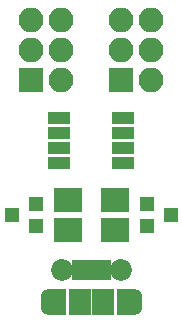
<source format=gbr>
G04 #@! TF.FileFunction,Soldermask,Top*
%FSLAX46Y46*%
G04 Gerber Fmt 4.6, Leading zero omitted, Abs format (unit mm)*
G04 Created by KiCad (PCBNEW 4.0.4-stable) date 04/18/19 21:09:23*
%MOMM*%
%LPD*%
G01*
G04 APERTURE LIST*
%ADD10C,0.100000*%
%ADD11R,2.400000X2.100000*%
%ADD12R,1.900000X2.300000*%
%ADD13C,1.850000*%
%ADD14R,0.800000X1.750000*%
%ADD15O,1.600000X2.300000*%
%ADD16R,1.600000X2.300000*%
%ADD17R,2.100000X2.100000*%
%ADD18O,2.100000X2.100000*%
%ADD19R,1.950000X1.000000*%
%ADD20R,1.300000X1.200000*%
G04 APERTURE END LIST*
D10*
D11*
X116110000Y-93980000D03*
X120110000Y-93980000D03*
X116110000Y-96520000D03*
X120110000Y-96520000D03*
D12*
X119110000Y-102585000D03*
D13*
X115610000Y-99885000D03*
D14*
X117460000Y-99885000D03*
X116810000Y-99885000D03*
X119410000Y-99885000D03*
X118760000Y-99885000D03*
X118110000Y-99885000D03*
D13*
X120610000Y-99885000D03*
D12*
X117110000Y-102585000D03*
D15*
X114610000Y-102585000D03*
X121610000Y-102585000D03*
D16*
X121010000Y-102585000D03*
X115210000Y-102585000D03*
D17*
X120650000Y-83820000D03*
D18*
X123190000Y-83820000D03*
X120650000Y-81280000D03*
X123190000Y-81280000D03*
X120650000Y-78740000D03*
X123190000Y-78740000D03*
D19*
X115410000Y-86995000D03*
X115410000Y-88265000D03*
X115410000Y-89535000D03*
X115410000Y-90805000D03*
X120810000Y-90805000D03*
X120810000Y-89535000D03*
X120810000Y-88265000D03*
X120810000Y-86995000D03*
D20*
X113395000Y-96200000D03*
X113395000Y-94300000D03*
X111395000Y-95250000D03*
X122825000Y-94300000D03*
X122825000Y-96200000D03*
X124825000Y-95250000D03*
D17*
X113030000Y-83820000D03*
D18*
X115570000Y-83820000D03*
X113030000Y-81280000D03*
X115570000Y-81280000D03*
X113030000Y-78740000D03*
X115570000Y-78740000D03*
M02*

</source>
